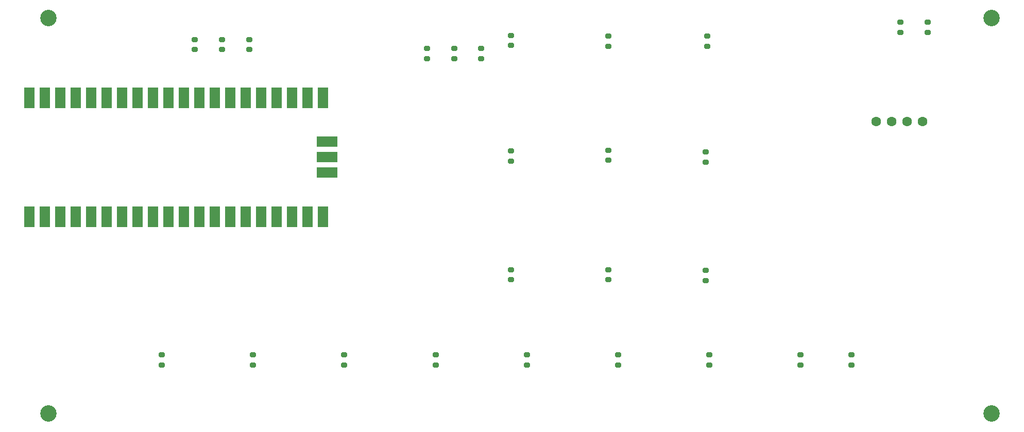
<source format=gbs>
G04 #@! TF.GenerationSoftware,KiCad,Pcbnew,8.0.2*
G04 #@! TF.CreationDate,2024-05-04T10:06:42+05:30*
G04 #@! TF.ProjectId,macroglider,6d616372-6f67-46c6-9964-65722e6b6963,V1*
G04 #@! TF.SameCoordinates,Original*
G04 #@! TF.FileFunction,Soldermask,Bot*
G04 #@! TF.FilePolarity,Negative*
%FSLAX46Y46*%
G04 Gerber Fmt 4.6, Leading zero omitted, Abs format (unit mm)*
G04 Created by KiCad (PCBNEW 8.0.2) date 2024-05-04 10:06:42*
%MOMM*%
%LPD*%
G01*
G04 APERTURE LIST*
G04 Aperture macros list*
%AMRoundRect*
0 Rectangle with rounded corners*
0 $1 Rounding radius*
0 $2 $3 $4 $5 $6 $7 $8 $9 X,Y pos of 4 corners*
0 Add a 4 corners polygon primitive as box body*
4,1,4,$2,$3,$4,$5,$6,$7,$8,$9,$2,$3,0*
0 Add four circle primitives for the rounded corners*
1,1,$1+$1,$2,$3*
1,1,$1+$1,$4,$5*
1,1,$1+$1,$6,$7*
1,1,$1+$1,$8,$9*
0 Add four rect primitives between the rounded corners*
20,1,$1+$1,$2,$3,$4,$5,0*
20,1,$1+$1,$4,$5,$6,$7,0*
20,1,$1+$1,$6,$7,$8,$9,0*
20,1,$1+$1,$8,$9,$2,$3,0*%
G04 Aperture macros list end*
%ADD10R,1.700000X3.500000*%
%ADD11R,3.500000X1.700000*%
%ADD12C,1.600000*%
%ADD13C,2.700000*%
%ADD14RoundRect,0.200000X0.275000X-0.200000X0.275000X0.200000X-0.275000X0.200000X-0.275000X-0.200000X0*%
G04 APERTURE END LIST*
D10*
X76870000Y-73070000D03*
X79410000Y-73070000D03*
X81950000Y-73070000D03*
X84490000Y-73070000D03*
X87030000Y-73070000D03*
X89570000Y-73070000D03*
X92110000Y-73070000D03*
X94650000Y-73070000D03*
X97190000Y-73070000D03*
X99730000Y-73070000D03*
X102270000Y-73070000D03*
X104810000Y-73070000D03*
X107350000Y-73070000D03*
X109890000Y-73070000D03*
X112430000Y-73070000D03*
X114970000Y-73070000D03*
X117510000Y-73070000D03*
X120050000Y-73070000D03*
X122590000Y-73070000D03*
X125130000Y-73070000D03*
X125130000Y-92650000D03*
X122590000Y-92650000D03*
X120050000Y-92650000D03*
X117510000Y-92650000D03*
X114970000Y-92650000D03*
X112430000Y-92650000D03*
X109890000Y-92650000D03*
X107350000Y-92650000D03*
X104810000Y-92650000D03*
X102270000Y-92650000D03*
X99730000Y-92650000D03*
X97190000Y-92650000D03*
X94650000Y-92650000D03*
X92110000Y-92650000D03*
X89570000Y-92650000D03*
X87030000Y-92650000D03*
X84490000Y-92650000D03*
X81950000Y-92650000D03*
X79410000Y-92650000D03*
X76870000Y-92650000D03*
D11*
X125800000Y-80320000D03*
X125800000Y-82860000D03*
X125800000Y-85400000D03*
D12*
X216000000Y-77000000D03*
X218540000Y-77000000D03*
X221080000Y-77000000D03*
X223620000Y-77000000D03*
D13*
X235000000Y-125000000D03*
X235000000Y-60000000D03*
X80000000Y-125000000D03*
X80000000Y-60000000D03*
D14*
X172000000Y-62950000D03*
X172000000Y-64600000D03*
X156000000Y-62850000D03*
X156000000Y-64500000D03*
X188000000Y-82025000D03*
X188000000Y-83675000D03*
X156000000Y-81850000D03*
X156000000Y-83500000D03*
X113600000Y-115350000D03*
X113600000Y-117000000D03*
X151100000Y-65000000D03*
X151100000Y-66650000D03*
X156000000Y-101350000D03*
X156000000Y-103000000D03*
X172000000Y-81700000D03*
X172000000Y-83350000D03*
X224500000Y-60675000D03*
X224500000Y-62325000D03*
X158600000Y-115350000D03*
X158600000Y-117000000D03*
X142200000Y-65000000D03*
X142200000Y-66650000D03*
X98600000Y-115350000D03*
X98600000Y-117000000D03*
X113000000Y-63500000D03*
X113000000Y-65150000D03*
X173600000Y-115350000D03*
X173600000Y-117000000D03*
X146700000Y-65000000D03*
X146700000Y-66650000D03*
X143600000Y-115350000D03*
X143600000Y-117000000D03*
X108500000Y-63500000D03*
X108500000Y-65150000D03*
X128600000Y-115350000D03*
X128600000Y-117000000D03*
X188000000Y-101500000D03*
X188000000Y-103150000D03*
X220000000Y-60675000D03*
X220000000Y-62325000D03*
X212000000Y-115350000D03*
X212000000Y-117000000D03*
X172000000Y-101350000D03*
X172000000Y-103000000D03*
X188300000Y-62950000D03*
X188300000Y-64600000D03*
X203600000Y-115350000D03*
X203600000Y-117000000D03*
X188600000Y-115350000D03*
X188600000Y-117000000D03*
X104000000Y-63500000D03*
X104000000Y-65150000D03*
M02*

</source>
